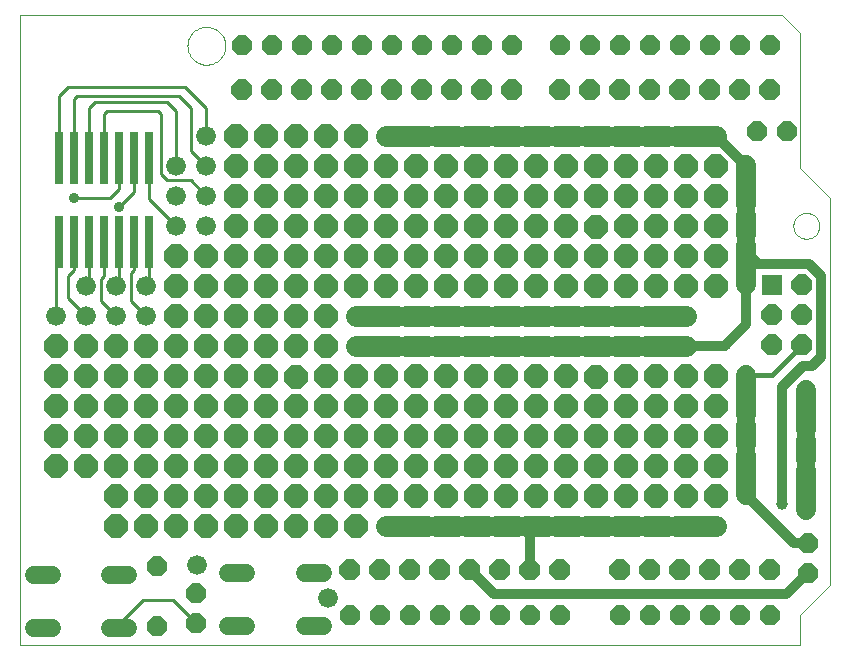
<source format=gtl>
G75*
%MOIN*%
%OFA0B0*%
%FSLAX24Y24*%
%IPPOS*%
%LPD*%
%AMOC8*
5,1,8,0,0,1.08239X$1,22.5*
%
%ADD10C,0.0000*%
%ADD11C,0.0600*%
%ADD12OC8,0.0660*%
%ADD13C,0.0709*%
%ADD14R,0.0250X0.1750*%
%ADD15C,0.0660*%
%ADD16OC8,0.0700*%
%ADD17C,0.0660*%
%ADD18R,0.0700X0.0700*%
%ADD19C,0.0320*%
%ADD20C,0.0396*%
%ADD21C,0.0100*%
%ADD22C,0.0160*%
%ADD23OC8,0.0768*%
%ADD24C,0.0357*%
D10*
X000500Y000500D02*
X000500Y021500D01*
X025900Y021500D01*
X026500Y020900D01*
X026500Y016400D01*
X027500Y015400D01*
X027500Y002500D01*
X026500Y001500D01*
X026500Y000500D01*
X000500Y000500D01*
X006074Y020482D02*
X006076Y020532D01*
X006082Y020582D01*
X006092Y020631D01*
X006106Y020679D01*
X006123Y020726D01*
X006144Y020771D01*
X006169Y020815D01*
X006197Y020856D01*
X006229Y020895D01*
X006263Y020932D01*
X006300Y020966D01*
X006340Y020996D01*
X006382Y021023D01*
X006426Y021047D01*
X006472Y021068D01*
X006519Y021084D01*
X006567Y021097D01*
X006617Y021106D01*
X006666Y021111D01*
X006717Y021112D01*
X006767Y021109D01*
X006816Y021102D01*
X006865Y021091D01*
X006913Y021076D01*
X006959Y021058D01*
X007004Y021036D01*
X007047Y021010D01*
X007088Y020981D01*
X007127Y020949D01*
X007163Y020914D01*
X007195Y020876D01*
X007225Y020836D01*
X007252Y020793D01*
X007275Y020749D01*
X007294Y020703D01*
X007310Y020655D01*
X007322Y020606D01*
X007330Y020557D01*
X007334Y020507D01*
X007334Y020457D01*
X007330Y020407D01*
X007322Y020358D01*
X007310Y020309D01*
X007294Y020261D01*
X007275Y020215D01*
X007252Y020171D01*
X007225Y020128D01*
X007195Y020088D01*
X007163Y020050D01*
X007127Y020015D01*
X007088Y019983D01*
X007047Y019954D01*
X007004Y019928D01*
X006959Y019906D01*
X006913Y019888D01*
X006865Y019873D01*
X006816Y019862D01*
X006767Y019855D01*
X006717Y019852D01*
X006666Y019853D01*
X006617Y019858D01*
X006567Y019867D01*
X006519Y019880D01*
X006472Y019896D01*
X006426Y019917D01*
X006382Y019941D01*
X006340Y019968D01*
X006300Y019998D01*
X006263Y020032D01*
X006229Y020069D01*
X006197Y020108D01*
X006169Y020149D01*
X006144Y020193D01*
X006123Y020238D01*
X006106Y020285D01*
X006092Y020333D01*
X006082Y020382D01*
X006076Y020432D01*
X006074Y020482D01*
X026271Y014482D02*
X026273Y014523D01*
X026279Y014564D01*
X026289Y014604D01*
X026302Y014643D01*
X026319Y014680D01*
X026340Y014716D01*
X026364Y014750D01*
X026391Y014781D01*
X026420Y014809D01*
X026453Y014835D01*
X026487Y014857D01*
X026524Y014876D01*
X026562Y014891D01*
X026602Y014903D01*
X026642Y014911D01*
X026683Y014915D01*
X026725Y014915D01*
X026766Y014911D01*
X026806Y014903D01*
X026846Y014891D01*
X026884Y014876D01*
X026920Y014857D01*
X026955Y014835D01*
X026988Y014809D01*
X027017Y014781D01*
X027044Y014750D01*
X027068Y014716D01*
X027089Y014680D01*
X027106Y014643D01*
X027119Y014604D01*
X027129Y014564D01*
X027135Y014523D01*
X027137Y014482D01*
X027135Y014441D01*
X027129Y014400D01*
X027119Y014360D01*
X027106Y014321D01*
X027089Y014284D01*
X027068Y014248D01*
X027044Y014214D01*
X027017Y014183D01*
X026988Y014155D01*
X026955Y014129D01*
X026921Y014107D01*
X026884Y014088D01*
X026846Y014073D01*
X026806Y014061D01*
X026766Y014053D01*
X026725Y014049D01*
X026683Y014049D01*
X026642Y014053D01*
X026602Y014061D01*
X026562Y014073D01*
X026524Y014088D01*
X026488Y014107D01*
X026453Y014129D01*
X026420Y014155D01*
X026391Y014183D01*
X026364Y014214D01*
X026340Y014248D01*
X026319Y014284D01*
X026302Y014321D01*
X026289Y014360D01*
X026279Y014400D01*
X026273Y014441D01*
X026271Y014482D01*
D11*
X010584Y002922D02*
X009984Y002922D01*
X009984Y001142D02*
X010584Y001142D01*
X008024Y001142D02*
X007424Y001142D01*
X007424Y002922D02*
X008024Y002922D01*
X004104Y002847D02*
X003504Y002847D01*
X001544Y002847D02*
X000944Y002847D01*
X000944Y001067D02*
X001544Y001067D01*
X003504Y001067D02*
X004104Y001067D01*
D12*
X005054Y001132D03*
X006354Y001232D03*
X006354Y002232D03*
X005054Y003132D03*
X011500Y001500D03*
X012500Y001500D03*
X013500Y001500D03*
X014500Y001500D03*
X015500Y001500D03*
X016500Y001500D03*
X017500Y001500D03*
X018500Y001500D03*
X020500Y001500D03*
X021500Y001500D03*
X022500Y001500D03*
X023500Y001500D03*
X024500Y001500D03*
X025500Y001500D03*
X026746Y002918D03*
X026746Y003918D03*
X026068Y017654D03*
X025068Y017654D03*
X025500Y020500D03*
X024500Y020500D03*
X023500Y020500D03*
X022500Y020500D03*
X021500Y020500D03*
X020500Y020500D03*
X019500Y020500D03*
X018500Y020500D03*
X016900Y020500D03*
X015900Y020500D03*
X014900Y020500D03*
X013900Y020500D03*
X012900Y020500D03*
X011900Y020500D03*
X010900Y020500D03*
X009900Y020500D03*
X008900Y020500D03*
X007900Y020500D03*
D13*
X012704Y017482D02*
X013413Y017482D01*
X013350Y017482D02*
X014058Y017482D01*
X014350Y017482D02*
X015058Y017482D01*
X015350Y017482D02*
X016058Y017482D01*
X016350Y017482D02*
X017058Y017482D01*
X017350Y017482D02*
X018058Y017482D01*
X018350Y017482D02*
X019058Y017482D01*
X019350Y017482D02*
X020058Y017482D01*
X020350Y017482D02*
X021058Y017482D01*
X021350Y017482D02*
X022058Y017482D01*
X022350Y017482D02*
X023058Y017482D01*
X022995Y017482D02*
X023704Y017482D01*
X022704Y011482D02*
X021995Y011482D01*
X022058Y011482D02*
X021350Y011482D01*
X021058Y011482D02*
X020350Y011482D01*
X020058Y011482D02*
X019350Y011482D01*
X019058Y011482D02*
X018350Y011482D01*
X018058Y011482D02*
X017350Y011482D01*
X017058Y011482D02*
X016350Y011482D01*
X016058Y011482D02*
X015350Y011482D01*
X015058Y011482D02*
X014350Y011482D01*
X014058Y011482D02*
X013350Y011482D01*
X013058Y011482D02*
X012350Y011482D01*
X012413Y011482D02*
X011704Y011482D01*
X011704Y010482D02*
X012413Y010482D01*
X012350Y010482D02*
X013058Y010482D01*
X013350Y010482D02*
X014058Y010482D01*
X014350Y010482D02*
X015058Y010482D01*
X015350Y010482D02*
X016058Y010482D01*
X016350Y010482D02*
X017058Y010482D01*
X017350Y010482D02*
X018058Y010482D01*
X018350Y010482D02*
X019058Y010482D01*
X019350Y010482D02*
X020058Y010482D01*
X020350Y010482D02*
X021058Y010482D01*
X021350Y010482D02*
X022058Y010482D01*
X021995Y010482D02*
X022704Y010482D01*
X022995Y004482D02*
X023704Y004482D01*
X023058Y004482D02*
X022350Y004482D01*
X022058Y004482D02*
X021350Y004482D01*
X021058Y004482D02*
X020350Y004482D01*
X020058Y004482D02*
X019350Y004482D01*
X019058Y004482D02*
X018350Y004482D01*
X018058Y004482D02*
X017350Y004482D01*
X017058Y004482D02*
X016350Y004482D01*
X016058Y004482D02*
X015350Y004482D01*
X015058Y004482D02*
X014350Y004482D01*
X014058Y004482D02*
X013350Y004482D01*
X013413Y004482D02*
X012704Y004482D01*
D14*
X004804Y013932D03*
X004304Y013932D03*
X003804Y013932D03*
X003304Y013932D03*
X002804Y013932D03*
X002304Y013932D03*
X001804Y013932D03*
X001804Y016732D03*
X002304Y016732D03*
X002804Y016732D03*
X003304Y016732D03*
X003804Y016732D03*
X004304Y016732D03*
X004804Y016732D03*
D15*
X005704Y016482D03*
X006704Y016482D03*
X006704Y017482D03*
X006704Y015482D03*
X005704Y015482D03*
X005704Y014482D03*
X006704Y014482D03*
X004704Y012482D03*
X003704Y012482D03*
X003704Y011482D03*
X004704Y011482D03*
X002704Y011482D03*
X001704Y011482D03*
X002704Y012482D03*
X006404Y003182D03*
X010754Y002082D03*
D16*
X011500Y003000D03*
X012500Y003000D03*
X013500Y003000D03*
X014500Y003000D03*
X015500Y003000D03*
X016500Y003000D03*
X017500Y003000D03*
X018500Y003000D03*
X020500Y003000D03*
X021500Y003000D03*
X022500Y003000D03*
X023500Y003000D03*
X024500Y003000D03*
X025500Y003000D03*
X025550Y010500D03*
X026550Y010500D03*
X026550Y011500D03*
X025550Y011500D03*
X026550Y012500D03*
X025500Y019000D03*
X024500Y019000D03*
X023500Y019000D03*
X022500Y019000D03*
X021500Y019000D03*
X020500Y019000D03*
X019500Y019000D03*
X018500Y019000D03*
X016900Y019000D03*
X015900Y019000D03*
X014900Y019000D03*
X013900Y019000D03*
X012900Y019000D03*
X011900Y019000D03*
X010900Y019000D03*
X009900Y019000D03*
X008900Y019000D03*
X007900Y019000D03*
D17*
X024700Y016500D02*
X024700Y015840D01*
X024700Y015830D02*
X024700Y015170D01*
X024700Y014830D02*
X024700Y014170D01*
X024700Y013830D02*
X024700Y013170D01*
X024700Y013160D02*
X024700Y012500D01*
X024700Y009500D02*
X024700Y008840D01*
X024700Y008830D02*
X024700Y008170D01*
X024700Y007830D02*
X024700Y007170D01*
X024700Y006830D02*
X024700Y006170D01*
X024700Y006160D02*
X024700Y005500D01*
X026700Y005660D02*
X026700Y005000D01*
X026700Y005670D02*
X026700Y006330D01*
X026700Y006670D02*
X026700Y007330D01*
X026700Y007670D02*
X026700Y008330D01*
X026700Y008340D02*
X026700Y009000D01*
D18*
X025550Y012500D03*
D19*
X024700Y012500D02*
X024700Y013600D01*
X025100Y013200D01*
X026800Y013200D01*
X027200Y012800D01*
X027200Y010100D01*
X026900Y009800D01*
X026600Y009800D01*
X025900Y009100D01*
X025900Y005200D01*
X024700Y005500D02*
X026282Y003918D01*
X026746Y003918D01*
X026746Y002918D02*
X026028Y002200D01*
X016300Y002200D01*
X015500Y003000D01*
X017500Y003000D02*
X017500Y004400D01*
X017582Y004482D01*
X023704Y004482D01*
X023982Y010482D02*
X022704Y010482D01*
X023982Y010482D02*
X024700Y011200D01*
X024700Y012500D01*
X024700Y013600D02*
X024700Y016486D01*
X023704Y017482D01*
D20*
X025900Y005200D03*
D21*
X006704Y015482D02*
X006186Y016000D01*
X005400Y016000D01*
X005200Y016200D01*
X005200Y018200D01*
X005100Y018300D01*
X003400Y018300D01*
X003304Y018204D01*
X003304Y016732D01*
X002804Y016732D02*
X002804Y018404D01*
X003000Y018600D01*
X005400Y018600D01*
X005700Y018300D01*
X005700Y016486D01*
X005704Y016482D01*
X006200Y016986D02*
X006704Y016482D01*
X006200Y016986D02*
X006200Y018400D01*
X005800Y018800D01*
X002400Y018800D01*
X002304Y018704D01*
X002304Y016732D01*
X001804Y016732D02*
X001804Y018804D01*
X002100Y019100D01*
X006000Y019100D01*
X006704Y018396D01*
X006704Y017482D01*
X004804Y016732D02*
X004804Y015382D01*
X005704Y014482D01*
X004804Y013932D02*
X004804Y012582D01*
X004704Y012482D01*
X004200Y012900D02*
X004200Y011986D01*
X004704Y011482D01*
X003704Y011482D02*
X003200Y011986D01*
X003200Y012700D01*
X003304Y012804D01*
X003304Y013932D01*
X002804Y013932D02*
X002804Y012582D01*
X002704Y012482D01*
X002304Y013004D02*
X002100Y012800D01*
X002100Y012086D01*
X002704Y011482D01*
X001704Y011482D02*
X001704Y013932D01*
X001804Y013932D01*
X002304Y013932D02*
X002304Y013004D01*
X003704Y012482D02*
X003804Y012582D01*
X003804Y013932D01*
X004304Y013932D02*
X004304Y013004D01*
X004200Y012900D01*
X003800Y015100D02*
X004304Y015604D01*
X004304Y016732D01*
X003804Y016732D02*
X003804Y015704D01*
X003500Y015400D01*
X002300Y015400D01*
X004600Y002000D02*
X005586Y002000D01*
X006354Y001232D01*
X004600Y002000D02*
X003804Y001204D01*
X003804Y001067D01*
D22*
X024700Y005500D02*
X024700Y009300D01*
X024900Y009500D01*
X025550Y009500D01*
X026550Y010500D01*
D23*
X023704Y009482D03*
X023704Y008482D03*
X022704Y008482D03*
X021704Y008482D03*
X021704Y009482D03*
X022704Y009482D03*
X020704Y009482D03*
X019704Y009432D03*
X019704Y008482D03*
X020704Y008482D03*
X020704Y007482D03*
X019704Y007482D03*
X018704Y007482D03*
X017704Y007482D03*
X016704Y007482D03*
X015704Y007482D03*
X014704Y007482D03*
X013704Y007482D03*
X012704Y007482D03*
X011704Y007482D03*
X010704Y007482D03*
X009704Y007482D03*
X008704Y007482D03*
X007704Y007482D03*
X006704Y007482D03*
X005704Y007482D03*
X004704Y007482D03*
X003704Y007482D03*
X002704Y007482D03*
X001704Y007482D03*
X001704Y006482D03*
X002704Y006482D03*
X003704Y006482D03*
X004704Y006482D03*
X005704Y006482D03*
X006704Y006482D03*
X007704Y006482D03*
X008704Y006482D03*
X009704Y006482D03*
X010704Y006482D03*
X011704Y006482D03*
X012704Y006482D03*
X013704Y006482D03*
X014704Y006482D03*
X015704Y006482D03*
X016704Y006482D03*
X017704Y006482D03*
X018704Y006482D03*
X019704Y006482D03*
X020704Y006482D03*
X021704Y006482D03*
X022704Y006482D03*
X023704Y006482D03*
X023704Y005482D03*
X022704Y005482D03*
X021704Y005482D03*
X020704Y005482D03*
X019704Y005482D03*
X018704Y005482D03*
X017704Y005482D03*
X016704Y005482D03*
X015704Y005482D03*
X014704Y005482D03*
X013704Y005482D03*
X012704Y005482D03*
X011704Y005482D03*
X010704Y005482D03*
X009704Y005482D03*
X008704Y005482D03*
X007704Y005482D03*
X006704Y005482D03*
X005704Y005482D03*
X004704Y005482D03*
X003704Y005482D03*
X003704Y004482D03*
X004704Y004482D03*
X005704Y004482D03*
X006704Y004482D03*
X007704Y004482D03*
X008704Y004482D03*
X009704Y004482D03*
X010704Y004482D03*
X011704Y004482D03*
X011704Y008482D03*
X012704Y008482D03*
X013704Y008482D03*
X014704Y008482D03*
X015704Y008482D03*
X016704Y008482D03*
X017704Y008482D03*
X018704Y008482D03*
X018704Y009482D03*
X017704Y009482D03*
X016704Y009482D03*
X015704Y009482D03*
X014704Y009482D03*
X013704Y009482D03*
X012704Y009482D03*
X011704Y009482D03*
X010704Y009482D03*
X010704Y008482D03*
X009704Y008482D03*
X008704Y008482D03*
X008704Y009482D03*
X009704Y009432D03*
X009704Y010482D03*
X008704Y010482D03*
X007704Y010482D03*
X006704Y010482D03*
X005704Y010482D03*
X004704Y010482D03*
X003704Y010482D03*
X002704Y010482D03*
X001704Y010482D03*
X001704Y009482D03*
X002704Y009482D03*
X003704Y009482D03*
X004704Y009482D03*
X005704Y009482D03*
X006704Y009482D03*
X007704Y009482D03*
X007704Y008482D03*
X006704Y008482D03*
X005704Y008482D03*
X004704Y008482D03*
X003704Y008482D03*
X002704Y008482D03*
X001704Y008482D03*
X005704Y011482D03*
X006704Y011482D03*
X007704Y011482D03*
X008704Y011482D03*
X009704Y011482D03*
X010704Y011482D03*
X010704Y012482D03*
X011704Y012482D03*
X012704Y012482D03*
X013704Y012482D03*
X014704Y012482D03*
X015704Y012482D03*
X016704Y012482D03*
X017704Y012482D03*
X018704Y012482D03*
X019704Y012482D03*
X020704Y012482D03*
X021704Y012482D03*
X022704Y012482D03*
X023704Y012482D03*
X023704Y013482D03*
X023704Y014482D03*
X022704Y014482D03*
X021704Y014482D03*
X021704Y013482D03*
X022704Y013482D03*
X020704Y013482D03*
X019704Y013482D03*
X019704Y014432D03*
X020704Y014482D03*
X020704Y015482D03*
X019704Y015482D03*
X018704Y015482D03*
X017704Y015482D03*
X016704Y015482D03*
X015704Y015482D03*
X014704Y015482D03*
X013704Y015482D03*
X012704Y015482D03*
X011704Y015482D03*
X010704Y015482D03*
X009704Y015482D03*
X008704Y015482D03*
X007704Y015482D03*
X007704Y014482D03*
X008704Y014482D03*
X009704Y014482D03*
X010704Y014482D03*
X011704Y014482D03*
X012704Y014482D03*
X013704Y014482D03*
X014704Y014482D03*
X015704Y014482D03*
X016704Y014482D03*
X017704Y014482D03*
X018704Y014482D03*
X018704Y013482D03*
X017704Y013482D03*
X016704Y013482D03*
X015704Y013482D03*
X014704Y013482D03*
X013704Y013482D03*
X012704Y013482D03*
X011704Y013482D03*
X010704Y013482D03*
X009704Y013482D03*
X008704Y013482D03*
X007704Y013482D03*
X006704Y013482D03*
X005704Y013482D03*
X005704Y012482D03*
X006704Y012482D03*
X007704Y012482D03*
X008704Y012482D03*
X009704Y012482D03*
X010704Y010482D03*
X010704Y016482D03*
X011704Y016482D03*
X012704Y016482D03*
X013704Y016482D03*
X014704Y016482D03*
X015704Y016482D03*
X016704Y016482D03*
X017704Y016482D03*
X018704Y016482D03*
X019704Y016482D03*
X020704Y016482D03*
X021704Y016482D03*
X022704Y016482D03*
X023704Y016482D03*
X023704Y015482D03*
X022704Y015482D03*
X021704Y015482D03*
X011704Y017482D03*
X010704Y017482D03*
X009704Y017482D03*
X008704Y017482D03*
X008704Y016482D03*
X009704Y016482D03*
X007704Y016482D03*
X007704Y017482D03*
X021704Y007482D03*
X022704Y007482D03*
X023704Y007482D03*
D24*
X003800Y015100D03*
X002300Y015400D03*
M02*

</source>
